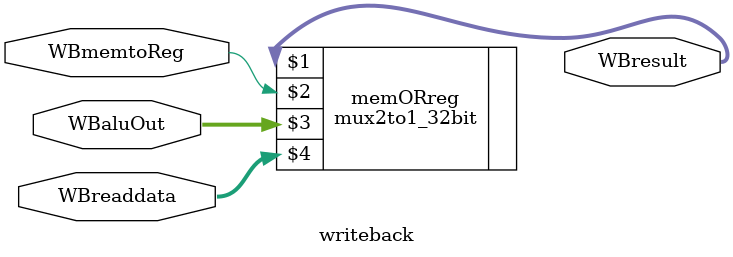
<source format=sv>
`timescale 1ns / 1ps
module writeback(WBresult,WBmemtoReg,WBreaddata,WBaluOut);
input WBmemtoReg;
input [31:0]WBreaddata,WBaluOut;
output [31:0]WBresult;

//to choose between the data from ALU or MEM based on memtoreg control signal.
mux2to1_32bit memORreg(WBresult,WBmemtoReg,WBaluOut,WBreaddata);

endmodule

</source>
